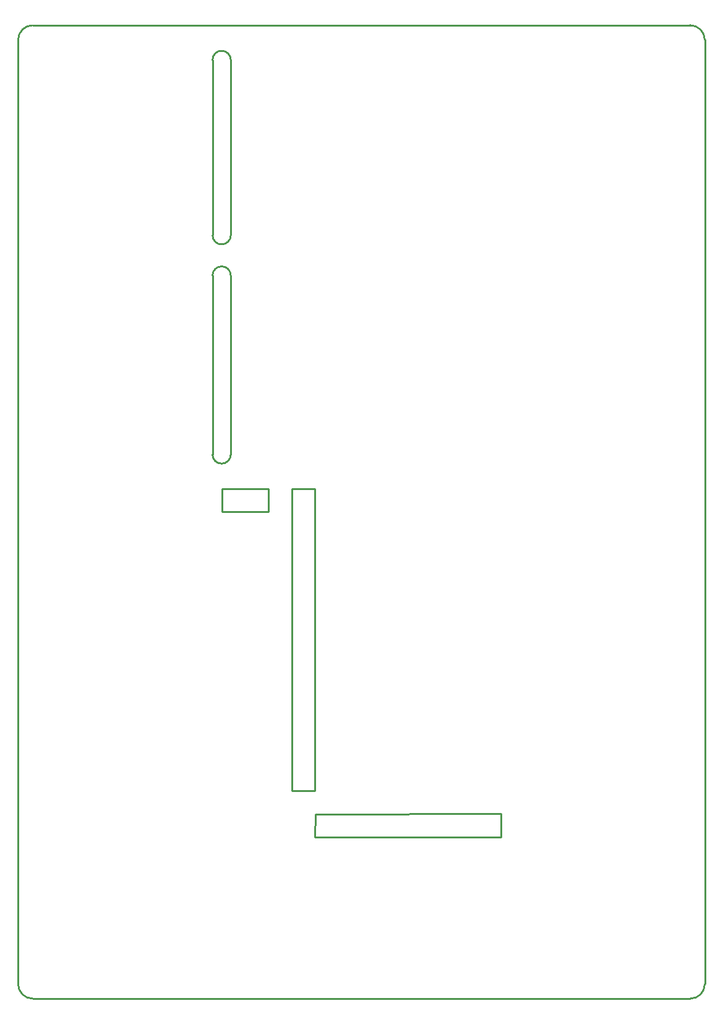
<source format=gko>
G04*
G04 #@! TF.GenerationSoftware,Altium Limited,Altium Designer,18.0.11 (651)*
G04*
G04 Layer_Color=16711935*
%FSLAX25Y25*%
%MOIN*%
G70*
G01*
G75*
%ADD14C,0.01000*%
D14*
X-70446Y127422D02*
G03*
X-75367Y132343I-4921J0D01*
G01*
X-75367Y26044D02*
G03*
X-70446Y30965I0J4921D01*
G01*
X-80289Y30965D02*
G03*
X-75367Y26044I4921J-0D01*
G01*
X-75367Y132343D02*
G03*
X-80289Y127421I-0J-4921D01*
G01*
X-80289Y149075D02*
G03*
X-75367Y144154I4921J-0D01*
G01*
D02*
G03*
X-70446Y149075I0J4921D01*
G01*
X-70446Y243563D02*
G03*
X-75367Y248484I-4921J0D01*
G01*
D02*
G03*
X-80289Y243563I-0J-4921D01*
G01*
X-177165Y262205D02*
G03*
X-185039Y254331I-0J-7874D01*
G01*
Y-254331D02*
G03*
X-177165Y-262205I7874J-0D01*
G01*
X177165D02*
G03*
X185039Y-254331I0J7874D01*
G01*
Y254331D02*
G03*
X177165Y262205I-7874J0D01*
G01*
X-24967Y-162692D02*
X75030Y-162631D01*
X75033Y-175129D01*
X-25048Y-175045D02*
X75033Y-175129D01*
X-25048Y-175045D02*
X-24967Y-162692D01*
X-70446Y127421D02*
X-70446Y30965D01*
X-80289Y127421D02*
X-80289Y30965D01*
X-70446Y149075D02*
X-70446Y243563D01*
X-80289Y243563D02*
X-80289Y149075D01*
X-50060Y118D02*
X-50000Y12501D01*
X-75000Y0D02*
X-50060Y118D01*
X-75000Y0D02*
Y12501D01*
X-50000D01*
X-25013Y12457D02*
X-24998Y-150031D01*
X-37492D02*
X-24998D01*
X-37534Y12431D02*
X-37492Y-150031D01*
X-37534Y12431D02*
X-25013Y12457D01*
X-177165Y262205D02*
X-68898D01*
X-185039Y-254331D02*
Y254331D01*
X-177165Y-262205D02*
X177165D01*
X185039Y-254331D02*
Y254331D01*
X68898Y262205D02*
X177165D01*
X-68898D02*
X68898D01*
M02*

</source>
